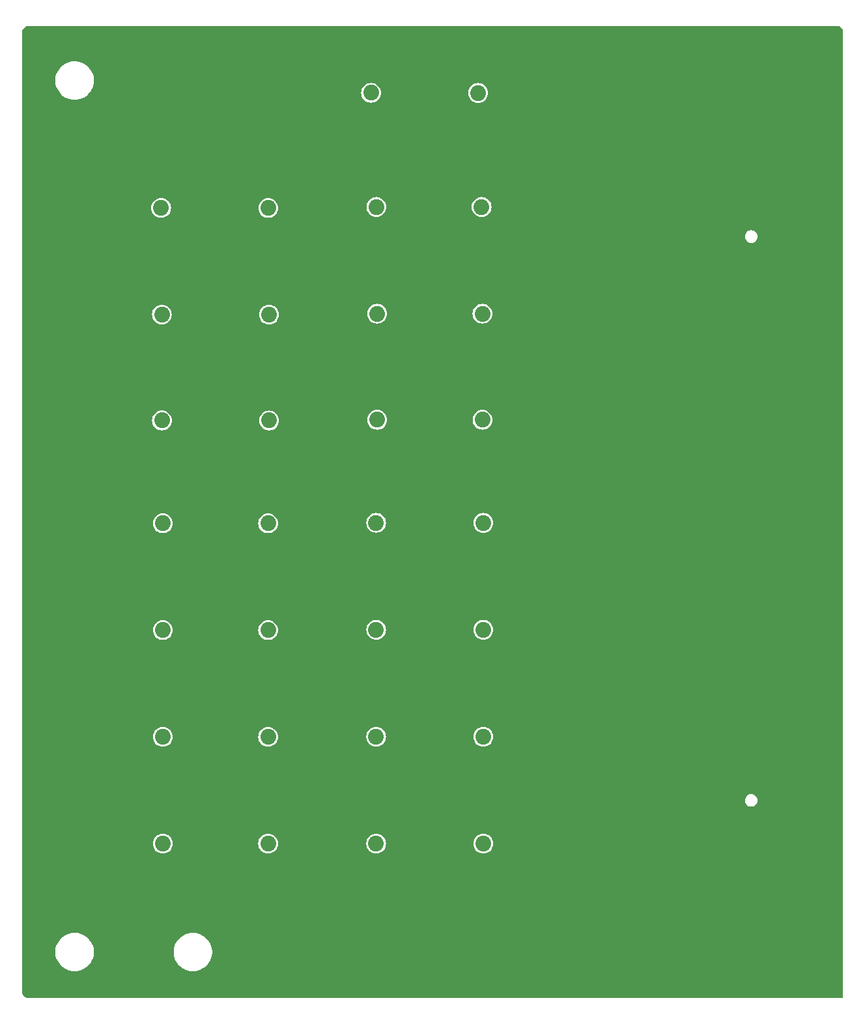
<source format=gbr>
%TF.GenerationSoftware,KiCad,Pcbnew,7.0.7*%
%TF.CreationDate,2023-09-15T15:36:35-07:00*%
%TF.ProjectId,30sma-adapter,3330736d-612d-4616-9461-707465722e6b,rev?*%
%TF.SameCoordinates,Original*%
%TF.FileFunction,Copper,L2,Inr*%
%TF.FilePolarity,Positive*%
%FSLAX46Y46*%
G04 Gerber Fmt 4.6, Leading zero omitted, Abs format (unit mm)*
G04 Created by KiCad (PCBNEW 7.0.7) date 2023-09-15 15:36:35*
%MOMM*%
%LPD*%
G01*
G04 APERTURE LIST*
%TA.AperFunction,ComponentPad*%
%ADD10C,2.250000*%
%TD*%
%TA.AperFunction,ComponentPad*%
%ADD11C,2.050000*%
%TD*%
%TA.AperFunction,ViaPad*%
%ADD12C,0.464820*%
%TD*%
G04 APERTURE END LIST*
D10*
%TO.N,/gnd*%
%TO.C,J30*%
X158610000Y-138645000D03*
X163690000Y-143725000D03*
X158610000Y-143725000D03*
X163690000Y-138645000D03*
D11*
%TO.N,/ai29*%
X161150000Y-141185000D03*
%TD*%
D10*
%TO.N,/gnd*%
%TO.C,J29*%
X144683332Y-138645000D03*
X149763332Y-143725000D03*
X144683332Y-143725000D03*
X149763332Y-138645000D03*
D11*
%TO.N,/ai28*%
X147223332Y-141185000D03*
%TD*%
%TO.N,/ai27*%
%TO.C,J28*%
X133180000Y-141185000D03*
D10*
%TO.N,/gnd*%
X135720000Y-138645000D03*
X130640000Y-143725000D03*
X135720000Y-143725000D03*
X130640000Y-138645000D03*
%TD*%
%TO.N,/gnd*%
%TO.C,J27*%
X116950000Y-138645000D03*
X122030000Y-143725000D03*
X116950000Y-143725000D03*
X122030000Y-138645000D03*
D11*
%TO.N,/ai26*%
X119490000Y-141185000D03*
%TD*%
D10*
%TO.N,/gnd*%
%TO.C,J26*%
X158610000Y-124745710D03*
X163690000Y-129825710D03*
X158610000Y-129825710D03*
X163690000Y-124745710D03*
D11*
%TO.N,/ai25*%
X161150000Y-127285710D03*
%TD*%
D10*
%TO.N,/gnd*%
%TO.C,J25*%
X144683332Y-124744284D03*
X149763332Y-129824284D03*
X144683332Y-129824284D03*
X149763332Y-124744284D03*
D11*
%TO.N,/ai24*%
X147223332Y-127284284D03*
%TD*%
D10*
%TO.N,/gnd*%
%TO.C,J24*%
X130640000Y-124767500D03*
X135720000Y-129847500D03*
X130640000Y-129847500D03*
X135720000Y-124767500D03*
D11*
%TO.N,/ai23*%
X133180000Y-127307500D03*
%TD*%
D10*
%TO.N,/gnd*%
%TO.C,J23*%
X116950000Y-124767500D03*
X122030000Y-129847500D03*
X116950000Y-129847500D03*
X122030000Y-124767500D03*
D11*
%TO.N,/ai22*%
X119490000Y-127307500D03*
%TD*%
D10*
%TO.N,/gnd*%
%TO.C,J22*%
X158610000Y-110846425D03*
X163690000Y-115926425D03*
X158610000Y-115926425D03*
X163690000Y-110846425D03*
D11*
%TO.N,/ai21*%
X161150000Y-113386425D03*
%TD*%
D10*
%TO.N,/gnd*%
%TO.C,J21*%
X144683332Y-110843570D03*
X149763332Y-115923570D03*
X144683332Y-115923570D03*
X149763332Y-110843570D03*
D11*
%TO.N,/ai20*%
X147223332Y-113383570D03*
%TD*%
D10*
%TO.N,/gnd*%
%TO.C,J20*%
X130640000Y-110890000D03*
X135720000Y-115970000D03*
X130640000Y-115970000D03*
X135720000Y-110890000D03*
D11*
%TO.N,/ai19*%
X133180000Y-113430000D03*
%TD*%
D10*
%TO.N,/gnd*%
%TO.C,J19*%
X116950000Y-110890000D03*
X122030000Y-115970000D03*
X116950000Y-115970000D03*
X122030000Y-110890000D03*
D11*
%TO.N,/ai18*%
X119490000Y-113430000D03*
%TD*%
D10*
%TO.N,/gnd*%
%TO.C,J18*%
X158610000Y-96947140D03*
X163690000Y-102027140D03*
X158610000Y-102027140D03*
X163690000Y-96947140D03*
D11*
%TO.N,/ai17*%
X161150000Y-99487140D03*
%TD*%
D10*
%TO.N,/gnd*%
%TO.C,J17*%
X144683332Y-96942856D03*
X149763332Y-102022856D03*
X144683332Y-102022856D03*
X149763332Y-96942856D03*
D11*
%TO.N,/ai16*%
X147223332Y-99482856D03*
%TD*%
D10*
%TO.N,/gnd*%
%TO.C,J16*%
X130640000Y-97012500D03*
X135720000Y-102092500D03*
X130640000Y-102092500D03*
X135720000Y-97012500D03*
D11*
%TO.N,/ai15*%
X133180000Y-99552500D03*
%TD*%
D10*
%TO.N,/gnd*%
%TO.C,J15*%
X116950000Y-97012500D03*
X122030000Y-102092500D03*
X116950000Y-102092500D03*
X122030000Y-97012500D03*
D11*
%TO.N,/ai14*%
X119490000Y-99552500D03*
%TD*%
D10*
%TO.N,/gnd*%
%TO.C,J14*%
X158500000Y-83552855D03*
X163580000Y-88632855D03*
X158500000Y-88632855D03*
X163580000Y-83552855D03*
D11*
%TO.N,/ai13*%
X161040000Y-86092855D03*
%TD*%
D10*
%TO.N,/gnd*%
%TO.C,J13*%
X144810000Y-83552855D03*
X149890000Y-88632855D03*
X144810000Y-88632855D03*
X149890000Y-83552855D03*
D11*
%TO.N,/ai12*%
X147350000Y-86092855D03*
%TD*%
D10*
%TO.N,/gnd*%
%TO.C,J12*%
X130766668Y-83645713D03*
X135846668Y-88725713D03*
X130766668Y-88725713D03*
X135846668Y-83645713D03*
D11*
%TO.N,/ai11*%
X133306668Y-86185713D03*
%TD*%
D10*
%TO.N,/gnd*%
%TO.C,J11*%
X116840000Y-83640000D03*
X121920000Y-88720000D03*
X116840000Y-88720000D03*
X121920000Y-83640000D03*
D11*
%TO.N,/ai10*%
X119380000Y-86180000D03*
%TD*%
D10*
%TO.N,/gnd*%
%TO.C,J10*%
X158493331Y-69763928D03*
X163573331Y-74843928D03*
X158493331Y-74843928D03*
X163573331Y-69763928D03*
D11*
%TO.N,/ai9*%
X161033331Y-72303928D03*
%TD*%
D10*
%TO.N,/gnd*%
%TO.C,J9*%
X144803332Y-69763928D03*
X149883332Y-74843928D03*
X144803332Y-74843928D03*
X149883332Y-69763928D03*
D11*
%TO.N,/ai8*%
X147343332Y-72303928D03*
%TD*%
D10*
%TO.N,/gnd*%
%TO.C,J8*%
X130760000Y-69880000D03*
X135840000Y-74960000D03*
X130760000Y-74960000D03*
X135840000Y-69880000D03*
D11*
%TO.N,/ai7*%
X133300000Y-72420000D03*
%TD*%
D10*
%TO.N,/gnd*%
%TO.C,J7*%
X116833331Y-69872858D03*
X121913331Y-74952858D03*
X116833331Y-74952858D03*
X121913331Y-69872858D03*
D11*
%TO.N,/ai6*%
X119373331Y-72412858D03*
%TD*%
D10*
%TO.N,/gnd*%
%TO.C,J6*%
X158393331Y-55890714D03*
X163473331Y-60970714D03*
X158393331Y-60970714D03*
X163473331Y-55890714D03*
D11*
%TO.N,/ai5*%
X160933331Y-58430714D03*
%TD*%
D10*
%TO.N,/gnd*%
%TO.C,J5*%
X144703331Y-55890714D03*
X149783331Y-60970714D03*
X144703331Y-60970714D03*
X149783331Y-55890714D03*
D11*
%TO.N,/ai4*%
X147243331Y-58430714D03*
%TD*%
D10*
%TO.N,/gnd*%
%TO.C,J4*%
X130660000Y-56030000D03*
X135740000Y-61110000D03*
X130660000Y-61110000D03*
X135740000Y-56030000D03*
D11*
%TO.N,/ai3*%
X133200000Y-58570000D03*
%TD*%
D10*
%TO.N,/gnd*%
%TO.C,J3*%
X116733331Y-56021429D03*
X121813331Y-61101429D03*
X116733331Y-61101429D03*
X121813331Y-56021429D03*
D11*
%TO.N,/ai2*%
X119273331Y-58561429D03*
%TD*%
D10*
%TO.N,/gnd*%
%TO.C,J2*%
X157940000Y-41070000D03*
X163020000Y-46150000D03*
X157940000Y-46150000D03*
X163020000Y-41070000D03*
D11*
%TO.N,/ai1*%
X160480000Y-43610000D03*
%TD*%
D10*
%TO.N,/gnd*%
%TO.C,J1*%
X144013333Y-41060000D03*
X149093333Y-46140000D03*
X144013333Y-46140000D03*
X149093333Y-41060000D03*
D11*
%TO.N,/ai0*%
X146553333Y-43600000D03*
%TD*%
D12*
%TO.N,/gnd*%
X196490000Y-64350000D03*
X196490000Y-66474545D03*
X196490000Y-68599090D03*
X196490000Y-70723635D03*
X196490000Y-72848180D03*
X196490000Y-74972725D03*
X196490000Y-77097270D03*
X196490000Y-79221815D03*
X196490000Y-81346360D03*
X196490000Y-83470905D03*
X196490000Y-85595450D03*
X196490000Y-87719995D03*
X196490000Y-89844540D03*
X196490000Y-91969085D03*
X196490000Y-94093630D03*
X196490000Y-96218175D03*
X196490000Y-98342720D03*
X196490000Y-100467265D03*
X196490000Y-102591810D03*
X196490000Y-104716355D03*
X196490000Y-106840900D03*
X196490000Y-108965445D03*
X196490000Y-111089990D03*
X196490000Y-113214535D03*
X196490000Y-115339080D03*
X196490000Y-117463625D03*
X196490000Y-119588170D03*
X196490000Y-121712715D03*
X196490000Y-123837260D03*
X196490000Y-125961805D03*
X196490000Y-128086350D03*
X196490000Y-130210895D03*
X196490000Y-132335440D03*
X196490000Y-134460000D03*
%TD*%
%TA.AperFunction,Conductor*%
%TO.N,/gnd*%
G36*
X207399371Y-34942382D02*
G01*
X207411804Y-34944855D01*
X207456503Y-34963370D01*
X207467041Y-34970411D01*
X207485833Y-34985833D01*
X207854166Y-35354166D01*
X207869588Y-35372958D01*
X207876629Y-35383496D01*
X207895142Y-35428187D01*
X207897616Y-35440621D01*
X207900000Y-35464819D01*
X207900000Y-161086673D01*
X207895773Y-161118773D01*
X207891688Y-161134015D01*
X207855320Y-161193674D01*
X207804017Y-161221687D01*
X207788776Y-161225772D01*
X207756674Y-161230000D01*
X101774819Y-161230000D01*
X101750621Y-161227616D01*
X101738187Y-161225142D01*
X101693496Y-161206629D01*
X101682958Y-161199588D01*
X101664166Y-161184166D01*
X101285833Y-160805833D01*
X101270411Y-160787041D01*
X101263370Y-160776503D01*
X101244855Y-160731803D01*
X101242382Y-160719369D01*
X101240000Y-160695180D01*
X101240000Y-155432329D01*
X105524500Y-155432329D01*
X105563932Y-155744463D01*
X105563934Y-155744476D01*
X105642180Y-156049225D01*
X105642181Y-156049228D01*
X105758001Y-156341757D01*
X105758002Y-156341758D01*
X105758004Y-156341763D01*
X105758006Y-156341766D01*
X105909584Y-156617484D01*
X105909586Y-156617488D01*
X105909591Y-156617495D01*
X106094515Y-156872021D01*
X106094523Y-156872031D01*
X106309907Y-157101391D01*
X106309909Y-157101393D01*
X106552334Y-157301945D01*
X106552338Y-157301948D01*
X106762648Y-157435414D01*
X106817993Y-157470537D01*
X106984087Y-157548695D01*
X107102678Y-157604500D01*
X107102682Y-157604501D01*
X107102685Y-157604503D01*
X107401921Y-157701731D01*
X107710985Y-157760688D01*
X107710990Y-157760688D01*
X107710995Y-157760689D01*
X107946411Y-157775500D01*
X107946417Y-157775500D01*
X108103589Y-157775500D01*
X108339004Y-157760689D01*
X108339007Y-157760688D01*
X108339015Y-157760688D01*
X108648079Y-157701731D01*
X108947315Y-157604503D01*
X109232007Y-157470537D01*
X109497663Y-157301947D01*
X109740094Y-157101390D01*
X109955478Y-156872030D01*
X110140416Y-156617484D01*
X110291994Y-156341766D01*
X110407819Y-156049225D01*
X110486066Y-155744473D01*
X110525499Y-155432329D01*
X120899500Y-155432329D01*
X120938932Y-155744463D01*
X120938934Y-155744476D01*
X121017180Y-156049225D01*
X121017181Y-156049228D01*
X121133001Y-156341757D01*
X121133002Y-156341758D01*
X121133004Y-156341763D01*
X121133006Y-156341766D01*
X121284584Y-156617484D01*
X121284586Y-156617488D01*
X121284591Y-156617495D01*
X121469515Y-156872021D01*
X121469523Y-156872031D01*
X121684907Y-157101391D01*
X121684909Y-157101393D01*
X121927334Y-157301945D01*
X121927338Y-157301948D01*
X122137648Y-157435414D01*
X122192993Y-157470537D01*
X122359087Y-157548695D01*
X122477678Y-157604500D01*
X122477682Y-157604501D01*
X122477685Y-157604503D01*
X122776921Y-157701731D01*
X123085985Y-157760688D01*
X123085990Y-157760688D01*
X123085995Y-157760689D01*
X123321411Y-157775500D01*
X123321417Y-157775500D01*
X123478589Y-157775500D01*
X123714004Y-157760689D01*
X123714007Y-157760688D01*
X123714015Y-157760688D01*
X124023079Y-157701731D01*
X124322315Y-157604503D01*
X124607007Y-157470537D01*
X124872663Y-157301947D01*
X125115094Y-157101390D01*
X125330478Y-156872030D01*
X125515416Y-156617484D01*
X125666994Y-156341766D01*
X125782819Y-156049225D01*
X125861066Y-155744473D01*
X125900500Y-155432318D01*
X125900500Y-155117682D01*
X125900499Y-155117680D01*
X125900499Y-155117670D01*
X125861067Y-154805536D01*
X125861065Y-154805523D01*
X125782819Y-154500774D01*
X125782818Y-154500771D01*
X125666998Y-154208242D01*
X125666997Y-154208241D01*
X125666996Y-154208239D01*
X125666994Y-154208234D01*
X125515416Y-153932516D01*
X125515410Y-153932509D01*
X125515408Y-153932504D01*
X125330484Y-153677978D01*
X125330476Y-153677968D01*
X125115092Y-153448608D01*
X125115090Y-153448606D01*
X124872665Y-153248054D01*
X124872661Y-153248051D01*
X124607009Y-153079464D01*
X124607003Y-153079461D01*
X124322321Y-152945499D01*
X124322316Y-152945497D01*
X124023083Y-152848270D01*
X124023080Y-152848269D01*
X124023079Y-152848269D01*
X123868546Y-152818790D01*
X123714011Y-152789311D01*
X123714004Y-152789310D01*
X123478589Y-152774500D01*
X123478583Y-152774500D01*
X123321417Y-152774500D01*
X123321411Y-152774500D01*
X123085995Y-152789310D01*
X123085988Y-152789311D01*
X122776916Y-152848270D01*
X122477683Y-152945497D01*
X122477678Y-152945499D01*
X122192996Y-153079461D01*
X122192990Y-153079464D01*
X121927338Y-153248051D01*
X121927334Y-153248054D01*
X121684909Y-153448606D01*
X121684907Y-153448608D01*
X121469523Y-153677968D01*
X121469515Y-153677978D01*
X121284591Y-153932504D01*
X121284584Y-153932516D01*
X121133002Y-154208241D01*
X121133001Y-154208242D01*
X121017181Y-154500771D01*
X121017180Y-154500774D01*
X120938934Y-154805523D01*
X120938932Y-154805536D01*
X120899500Y-155117670D01*
X120899500Y-155432329D01*
X110525499Y-155432329D01*
X110525500Y-155432318D01*
X110525500Y-155117682D01*
X110525499Y-155117680D01*
X110525499Y-155117670D01*
X110486067Y-154805536D01*
X110486065Y-154805523D01*
X110407819Y-154500774D01*
X110407818Y-154500771D01*
X110291998Y-154208242D01*
X110291997Y-154208241D01*
X110291996Y-154208239D01*
X110291994Y-154208234D01*
X110140416Y-153932516D01*
X110140410Y-153932509D01*
X110140408Y-153932504D01*
X109955484Y-153677978D01*
X109955476Y-153677968D01*
X109740092Y-153448608D01*
X109740090Y-153448606D01*
X109497665Y-153248054D01*
X109497661Y-153248051D01*
X109232009Y-153079464D01*
X109232003Y-153079461D01*
X108947321Y-152945499D01*
X108947316Y-152945497D01*
X108648083Y-152848270D01*
X108648080Y-152848269D01*
X108648079Y-152848269D01*
X108493546Y-152818790D01*
X108339011Y-152789311D01*
X108339004Y-152789310D01*
X108103589Y-152774500D01*
X108103583Y-152774500D01*
X107946417Y-152774500D01*
X107946411Y-152774500D01*
X107710995Y-152789310D01*
X107710988Y-152789311D01*
X107401916Y-152848270D01*
X107102683Y-152945497D01*
X107102678Y-152945499D01*
X106817996Y-153079461D01*
X106817990Y-153079464D01*
X106552338Y-153248051D01*
X106552334Y-153248054D01*
X106309909Y-153448606D01*
X106309907Y-153448608D01*
X106094523Y-153677968D01*
X106094515Y-153677978D01*
X105909591Y-153932504D01*
X105909584Y-153932516D01*
X105758002Y-154208241D01*
X105758001Y-154208242D01*
X105642181Y-154500771D01*
X105642180Y-154500774D01*
X105563934Y-154805523D01*
X105563932Y-154805536D01*
X105524500Y-155117670D01*
X105524500Y-155432329D01*
X101240000Y-155432329D01*
X101240000Y-141185000D01*
X118205613Y-141185000D01*
X118225125Y-141408026D01*
X118225127Y-141408036D01*
X118283068Y-141624278D01*
X118283073Y-141624292D01*
X118377686Y-141827190D01*
X118377690Y-141827198D01*
X118480309Y-141973752D01*
X118506102Y-142010588D01*
X118664412Y-142168898D01*
X118756109Y-142233105D01*
X118847801Y-142297309D01*
X118847803Y-142297310D01*
X118847806Y-142297312D01*
X118969879Y-142354235D01*
X119050707Y-142391926D01*
X119050709Y-142391926D01*
X119050714Y-142391929D01*
X119266969Y-142449874D01*
X119445393Y-142465484D01*
X119489999Y-142469387D01*
X119490000Y-142469387D01*
X119490001Y-142469387D01*
X119527171Y-142466134D01*
X119713031Y-142449874D01*
X119929286Y-142391929D01*
X120132194Y-142297312D01*
X120315588Y-142168898D01*
X120473898Y-142010588D01*
X120602312Y-141827194D01*
X120696929Y-141624286D01*
X120754874Y-141408031D01*
X120774387Y-141185000D01*
X131895613Y-141185000D01*
X131915125Y-141408026D01*
X131915127Y-141408036D01*
X131973068Y-141624278D01*
X131973073Y-141624292D01*
X132067686Y-141827190D01*
X132067690Y-141827198D01*
X132170309Y-141973752D01*
X132196102Y-142010588D01*
X132354412Y-142168898D01*
X132446109Y-142233105D01*
X132537801Y-142297309D01*
X132537803Y-142297310D01*
X132537806Y-142297312D01*
X132659879Y-142354235D01*
X132740707Y-142391926D01*
X132740709Y-142391926D01*
X132740714Y-142391929D01*
X132956969Y-142449874D01*
X133135393Y-142465484D01*
X133179999Y-142469387D01*
X133180000Y-142469387D01*
X133180001Y-142469387D01*
X133217171Y-142466134D01*
X133403031Y-142449874D01*
X133619286Y-142391929D01*
X133822194Y-142297312D01*
X134005588Y-142168898D01*
X134163898Y-142010588D01*
X134292312Y-141827194D01*
X134386929Y-141624286D01*
X134444874Y-141408031D01*
X134464387Y-141185000D01*
X145938945Y-141185000D01*
X145958457Y-141408026D01*
X145958459Y-141408036D01*
X146016400Y-141624278D01*
X146016405Y-141624292D01*
X146111018Y-141827190D01*
X146111022Y-141827198D01*
X146213641Y-141973752D01*
X146239434Y-142010588D01*
X146397744Y-142168898D01*
X146489441Y-142233105D01*
X146581133Y-142297309D01*
X146581135Y-142297310D01*
X146581138Y-142297312D01*
X146703211Y-142354235D01*
X146784039Y-142391926D01*
X146784041Y-142391926D01*
X146784046Y-142391929D01*
X147000301Y-142449874D01*
X147178725Y-142465484D01*
X147223331Y-142469387D01*
X147223332Y-142469387D01*
X147223333Y-142469387D01*
X147260503Y-142466134D01*
X147446363Y-142449874D01*
X147662618Y-142391929D01*
X147865526Y-142297312D01*
X148048920Y-142168898D01*
X148207230Y-142010588D01*
X148335644Y-141827194D01*
X148430261Y-141624286D01*
X148488206Y-141408031D01*
X148507719Y-141185000D01*
X159865613Y-141185000D01*
X159885125Y-141408026D01*
X159885127Y-141408036D01*
X159943068Y-141624278D01*
X159943073Y-141624292D01*
X160037686Y-141827190D01*
X160037690Y-141827198D01*
X160140309Y-141973752D01*
X160166102Y-142010588D01*
X160324412Y-142168898D01*
X160416109Y-142233104D01*
X160507801Y-142297309D01*
X160507803Y-142297310D01*
X160507806Y-142297312D01*
X160629879Y-142354235D01*
X160710707Y-142391926D01*
X160710709Y-142391926D01*
X160710714Y-142391929D01*
X160926969Y-142449874D01*
X161105393Y-142465484D01*
X161149999Y-142469387D01*
X161150000Y-142469387D01*
X161150001Y-142469387D01*
X161187171Y-142466134D01*
X161373031Y-142449874D01*
X161589286Y-142391929D01*
X161792194Y-142297312D01*
X161975588Y-142168898D01*
X162133898Y-142010588D01*
X162262312Y-141827194D01*
X162356929Y-141624286D01*
X162414874Y-141408031D01*
X162434387Y-141185000D01*
X162414874Y-140961969D01*
X162356929Y-140745714D01*
X162262312Y-140542807D01*
X162133898Y-140359412D01*
X161975588Y-140201102D01*
X161975584Y-140201099D01*
X161975583Y-140201098D01*
X161792198Y-140072690D01*
X161792190Y-140072686D01*
X161589292Y-139978073D01*
X161589278Y-139978068D01*
X161373036Y-139920127D01*
X161373026Y-139920125D01*
X161150001Y-139900613D01*
X161149999Y-139900613D01*
X160926973Y-139920125D01*
X160926963Y-139920127D01*
X160710721Y-139978068D01*
X160710712Y-139978072D01*
X160507808Y-140072687D01*
X160507806Y-140072688D01*
X160324409Y-140201103D01*
X160166103Y-140359409D01*
X160037688Y-140542806D01*
X160037687Y-140542808D01*
X159943072Y-140745712D01*
X159943068Y-140745721D01*
X159885127Y-140961963D01*
X159885125Y-140961973D01*
X159865613Y-141184999D01*
X159865613Y-141185000D01*
X148507719Y-141185000D01*
X148488206Y-140961969D01*
X148430261Y-140745714D01*
X148335644Y-140542807D01*
X148207230Y-140359412D01*
X148048920Y-140201102D01*
X148048916Y-140201099D01*
X148048915Y-140201098D01*
X147865530Y-140072690D01*
X147865522Y-140072686D01*
X147662624Y-139978073D01*
X147662610Y-139978068D01*
X147446368Y-139920127D01*
X147446358Y-139920125D01*
X147223333Y-139900613D01*
X147223331Y-139900613D01*
X147000305Y-139920125D01*
X147000295Y-139920127D01*
X146784053Y-139978068D01*
X146784044Y-139978072D01*
X146581140Y-140072687D01*
X146581138Y-140072688D01*
X146397741Y-140201103D01*
X146239435Y-140359409D01*
X146111020Y-140542806D01*
X146111019Y-140542808D01*
X146016404Y-140745712D01*
X146016400Y-140745721D01*
X145958459Y-140961963D01*
X145958457Y-140961973D01*
X145938945Y-141184999D01*
X145938945Y-141185000D01*
X134464387Y-141185000D01*
X134444874Y-140961969D01*
X134386929Y-140745714D01*
X134292312Y-140542807D01*
X134163898Y-140359412D01*
X134005588Y-140201102D01*
X134005584Y-140201099D01*
X134005583Y-140201098D01*
X133822198Y-140072690D01*
X133822190Y-140072686D01*
X133619292Y-139978073D01*
X133619278Y-139978068D01*
X133403036Y-139920127D01*
X133403026Y-139920125D01*
X133180001Y-139900613D01*
X133179999Y-139900613D01*
X132956973Y-139920125D01*
X132956963Y-139920127D01*
X132740721Y-139978068D01*
X132740712Y-139978072D01*
X132537808Y-140072687D01*
X132537806Y-140072688D01*
X132354409Y-140201103D01*
X132196103Y-140359409D01*
X132067688Y-140542806D01*
X132067687Y-140542808D01*
X131973072Y-140745712D01*
X131973068Y-140745721D01*
X131915127Y-140961963D01*
X131915125Y-140961973D01*
X131895613Y-141184999D01*
X131895613Y-141185000D01*
X120774387Y-141185000D01*
X120754874Y-140961969D01*
X120696929Y-140745714D01*
X120602312Y-140542807D01*
X120473898Y-140359412D01*
X120315588Y-140201102D01*
X120315584Y-140201099D01*
X120315583Y-140201098D01*
X120132198Y-140072690D01*
X120132190Y-140072686D01*
X119929292Y-139978073D01*
X119929278Y-139978068D01*
X119713036Y-139920127D01*
X119713026Y-139920125D01*
X119490001Y-139900613D01*
X119489999Y-139900613D01*
X119266973Y-139920125D01*
X119266963Y-139920127D01*
X119050721Y-139978068D01*
X119050712Y-139978072D01*
X118847808Y-140072687D01*
X118847806Y-140072688D01*
X118664409Y-140201103D01*
X118506103Y-140359409D01*
X118377688Y-140542806D01*
X118377687Y-140542808D01*
X118283072Y-140745712D01*
X118283068Y-140745721D01*
X118225127Y-140961963D01*
X118225125Y-140961973D01*
X118205613Y-141184999D01*
X118205613Y-141185000D01*
X101240000Y-141185000D01*
X101240000Y-135575002D01*
X195154340Y-135575002D01*
X195174914Y-135757611D01*
X195221041Y-135889432D01*
X195235611Y-135931071D01*
X195333382Y-136086673D01*
X195463327Y-136216618D01*
X195618929Y-136314389D01*
X195792386Y-136375084D01*
X195792389Y-136375084D01*
X195792391Y-136375085D01*
X195860795Y-136382791D01*
X195929199Y-136390499D01*
X195929200Y-136390500D01*
X195929204Y-136390500D01*
X196020800Y-136390500D01*
X196020800Y-136390499D01*
X196106856Y-136380803D01*
X196157608Y-136375085D01*
X196157609Y-136375084D01*
X196157614Y-136375084D01*
X196331071Y-136314389D01*
X196486673Y-136216618D01*
X196616618Y-136086673D01*
X196714389Y-135931071D01*
X196775084Y-135757614D01*
X196775084Y-135757613D01*
X196775085Y-135757611D01*
X196795660Y-135575002D01*
X196795660Y-135574997D01*
X196775085Y-135392388D01*
X196760514Y-135350747D01*
X196714389Y-135218929D01*
X196616618Y-135063327D01*
X196486673Y-134933382D01*
X196486673Y-134933381D01*
X196331072Y-134835611D01*
X196157608Y-134774914D01*
X196020800Y-134759500D01*
X196020796Y-134759500D01*
X195929204Y-134759500D01*
X195929200Y-134759500D01*
X195792391Y-134774914D01*
X195618927Y-134835611D01*
X195463326Y-134933382D01*
X195333382Y-135063326D01*
X195235612Y-135218926D01*
X195174914Y-135392388D01*
X195154340Y-135574997D01*
X195154340Y-135575002D01*
X101240000Y-135575002D01*
X101240000Y-127307500D01*
X118205613Y-127307500D01*
X118225125Y-127530526D01*
X118225127Y-127530536D01*
X118283068Y-127746778D01*
X118283073Y-127746792D01*
X118377686Y-127949690D01*
X118377690Y-127949698D01*
X118480309Y-128096252D01*
X118506102Y-128133088D01*
X118664412Y-128291398D01*
X118756108Y-128355605D01*
X118847801Y-128419809D01*
X118847803Y-128419810D01*
X118847806Y-128419812D01*
X118969879Y-128476735D01*
X119050707Y-128514426D01*
X119050709Y-128514426D01*
X119050714Y-128514429D01*
X119266969Y-128572374D01*
X119445393Y-128587984D01*
X119489999Y-128591887D01*
X119490000Y-128591887D01*
X119490001Y-128591887D01*
X119527171Y-128588634D01*
X119713031Y-128572374D01*
X119929286Y-128514429D01*
X120132194Y-128419812D01*
X120315588Y-128291398D01*
X120473898Y-128133088D01*
X120602312Y-127949694D01*
X120696929Y-127746786D01*
X120754874Y-127530531D01*
X120774387Y-127307500D01*
X131895613Y-127307500D01*
X131915125Y-127530526D01*
X131915127Y-127530536D01*
X131973068Y-127746778D01*
X131973073Y-127746792D01*
X132067686Y-127949690D01*
X132067690Y-127949698D01*
X132170309Y-128096252D01*
X132196102Y-128133088D01*
X132354412Y-128291398D01*
X132446108Y-128355605D01*
X132537801Y-128419809D01*
X132537803Y-128419810D01*
X132537806Y-128419812D01*
X132659879Y-128476735D01*
X132740707Y-128514426D01*
X132740709Y-128514426D01*
X132740714Y-128514429D01*
X132956969Y-128572374D01*
X133135393Y-128587984D01*
X133179999Y-128591887D01*
X133180000Y-128591887D01*
X133180001Y-128591887D01*
X133217171Y-128588634D01*
X133403031Y-128572374D01*
X133619286Y-128514429D01*
X133822194Y-128419812D01*
X134005588Y-128291398D01*
X134163898Y-128133088D01*
X134292312Y-127949694D01*
X134386929Y-127746786D01*
X134444874Y-127530531D01*
X134464387Y-127307500D01*
X134462356Y-127284284D01*
X145938945Y-127284284D01*
X145958457Y-127507310D01*
X145958459Y-127507320D01*
X146016400Y-127723562D01*
X146016405Y-127723576D01*
X146111018Y-127926474D01*
X146111022Y-127926482D01*
X146213641Y-128073036D01*
X146239434Y-128109872D01*
X146397744Y-128268182D01*
X146489441Y-128332388D01*
X146581133Y-128396593D01*
X146581135Y-128396594D01*
X146581138Y-128396596D01*
X146703211Y-128453519D01*
X146784039Y-128491210D01*
X146784041Y-128491210D01*
X146784046Y-128491213D01*
X146784051Y-128491214D01*
X146784053Y-128491215D01*
X146789368Y-128492639D01*
X147000301Y-128549158D01*
X147178725Y-128564768D01*
X147223331Y-128568671D01*
X147223332Y-128568671D01*
X147223333Y-128568671D01*
X147260503Y-128565418D01*
X147446363Y-128549158D01*
X147662618Y-128491213D01*
X147865526Y-128396596D01*
X148048920Y-128268182D01*
X148207230Y-128109872D01*
X148335644Y-127926478D01*
X148430261Y-127723570D01*
X148488206Y-127507315D01*
X148507594Y-127285710D01*
X159865613Y-127285710D01*
X159885125Y-127508736D01*
X159885127Y-127508746D01*
X159943068Y-127724988D01*
X159943073Y-127725002D01*
X160037686Y-127927900D01*
X160037690Y-127927908D01*
X160052948Y-127949698D01*
X160166102Y-128111298D01*
X160324412Y-128269608D01*
X160355536Y-128291401D01*
X160507801Y-128398019D01*
X160507803Y-128398020D01*
X160507806Y-128398022D01*
X160629879Y-128454945D01*
X160710707Y-128492636D01*
X160710709Y-128492636D01*
X160710714Y-128492639D01*
X160926969Y-128550584D01*
X161105393Y-128566194D01*
X161149999Y-128570097D01*
X161150000Y-128570097D01*
X161150001Y-128570097D01*
X161187171Y-128566844D01*
X161373031Y-128550584D01*
X161589286Y-128492639D01*
X161792194Y-128398022D01*
X161975588Y-128269608D01*
X162133898Y-128111298D01*
X162262312Y-127927904D01*
X162356929Y-127724996D01*
X162414874Y-127508741D01*
X162434387Y-127285710D01*
X162414874Y-127062679D01*
X162370877Y-126898481D01*
X162356931Y-126846431D01*
X162356930Y-126846430D01*
X162356929Y-126846424D01*
X162262312Y-126643517D01*
X162149156Y-126481913D01*
X162133899Y-126460123D01*
X162132469Y-126458693D01*
X161975588Y-126301812D01*
X161975584Y-126301809D01*
X161975583Y-126301808D01*
X161792198Y-126173400D01*
X161792190Y-126173396D01*
X161589292Y-126078783D01*
X161589278Y-126078778D01*
X161373036Y-126020837D01*
X161373026Y-126020835D01*
X161150001Y-126001323D01*
X161149999Y-126001323D01*
X160926973Y-126020835D01*
X160926963Y-126020837D01*
X160710721Y-126078778D01*
X160710712Y-126078782D01*
X160507808Y-126173397D01*
X160507806Y-126173398D01*
X160324409Y-126301813D01*
X160166103Y-126460119D01*
X160037688Y-126643516D01*
X160037687Y-126643518D01*
X159943072Y-126846422D01*
X159943068Y-126846431D01*
X159885127Y-127062673D01*
X159885125Y-127062683D01*
X159865613Y-127285709D01*
X159865613Y-127285710D01*
X148507594Y-127285710D01*
X148507719Y-127284284D01*
X148488206Y-127061253D01*
X148430261Y-126844998D01*
X148335644Y-126642091D01*
X148208229Y-126460123D01*
X148207231Y-126458697D01*
X148207227Y-126458693D01*
X148048920Y-126300386D01*
X148048916Y-126300383D01*
X148048915Y-126300382D01*
X147865530Y-126171974D01*
X147865522Y-126171970D01*
X147662624Y-126077357D01*
X147662610Y-126077352D01*
X147446368Y-126019411D01*
X147446358Y-126019409D01*
X147223333Y-125999897D01*
X147223331Y-125999897D01*
X147000305Y-126019409D01*
X147000295Y-126019411D01*
X146784053Y-126077352D01*
X146784044Y-126077356D01*
X146581140Y-126171971D01*
X146581138Y-126171972D01*
X146397741Y-126300387D01*
X146239435Y-126458693D01*
X146111020Y-126642090D01*
X146111019Y-126642092D01*
X146016404Y-126844996D01*
X146016400Y-126845005D01*
X145958459Y-127061247D01*
X145958457Y-127061257D01*
X145938945Y-127284283D01*
X145938945Y-127284284D01*
X134462356Y-127284284D01*
X134444874Y-127084469D01*
X134386929Y-126868214D01*
X134292312Y-126665307D01*
X134163898Y-126481912D01*
X134005588Y-126323602D01*
X134005584Y-126323599D01*
X134005583Y-126323598D01*
X133822198Y-126195190D01*
X133822190Y-126195186D01*
X133619292Y-126100573D01*
X133619278Y-126100568D01*
X133403036Y-126042627D01*
X133403026Y-126042625D01*
X133180001Y-126023113D01*
X133179999Y-126023113D01*
X132956973Y-126042625D01*
X132956963Y-126042627D01*
X132740721Y-126100568D01*
X132740712Y-126100572D01*
X132537808Y-126195187D01*
X132537806Y-126195188D01*
X132354409Y-126323603D01*
X132196103Y-126481909D01*
X132067688Y-126665306D01*
X132067687Y-126665308D01*
X131973072Y-126868212D01*
X131973068Y-126868221D01*
X131915127Y-127084463D01*
X131915125Y-127084473D01*
X131895613Y-127307499D01*
X131895613Y-127307500D01*
X120774387Y-127307500D01*
X120754874Y-127084469D01*
X120696929Y-126868214D01*
X120602312Y-126665307D01*
X120473898Y-126481912D01*
X120315588Y-126323602D01*
X120315584Y-126323599D01*
X120315583Y-126323598D01*
X120132198Y-126195190D01*
X120132190Y-126195186D01*
X119929292Y-126100573D01*
X119929278Y-126100568D01*
X119713036Y-126042627D01*
X119713026Y-126042625D01*
X119490001Y-126023113D01*
X119489999Y-126023113D01*
X119266973Y-126042625D01*
X119266963Y-126042627D01*
X119050721Y-126100568D01*
X119050712Y-126100572D01*
X118847808Y-126195187D01*
X118847806Y-126195188D01*
X118664409Y-126323603D01*
X118506103Y-126481909D01*
X118377688Y-126665306D01*
X118377687Y-126665308D01*
X118283072Y-126868212D01*
X118283068Y-126868221D01*
X118225127Y-127084463D01*
X118225125Y-127084473D01*
X118205613Y-127307499D01*
X118205613Y-127307500D01*
X101240000Y-127307500D01*
X101240000Y-113430000D01*
X118205613Y-113430000D01*
X118225125Y-113653026D01*
X118225127Y-113653036D01*
X118283068Y-113869278D01*
X118283073Y-113869292D01*
X118377686Y-114072190D01*
X118377690Y-114072198D01*
X118473587Y-114209152D01*
X118506102Y-114255588D01*
X118664412Y-114413898D01*
X118756108Y-114478105D01*
X118847801Y-114542309D01*
X118847803Y-114542310D01*
X118847806Y-114542312D01*
X118951138Y-114590496D01*
X119050707Y-114636926D01*
X119050709Y-114636926D01*
X119050714Y-114636929D01*
X119266969Y-114694874D01*
X119445393Y-114710484D01*
X119489999Y-114714387D01*
X119490000Y-114714387D01*
X119490001Y-114714387D01*
X119527171Y-114711134D01*
X119713031Y-114694874D01*
X119929286Y-114636929D01*
X120132194Y-114542312D01*
X120315588Y-114413898D01*
X120473898Y-114255588D01*
X120602312Y-114072194D01*
X120696929Y-113869286D01*
X120754874Y-113653031D01*
X120774387Y-113430000D01*
X131895613Y-113430000D01*
X131915125Y-113653026D01*
X131915127Y-113653036D01*
X131973068Y-113869278D01*
X131973073Y-113869292D01*
X132067686Y-114072190D01*
X132067690Y-114072198D01*
X132163587Y-114209152D01*
X132196102Y-114255588D01*
X132354412Y-114413898D01*
X132446108Y-114478104D01*
X132537801Y-114542309D01*
X132537803Y-114542310D01*
X132537806Y-114542312D01*
X132641138Y-114590496D01*
X132740707Y-114636926D01*
X132740709Y-114636926D01*
X132740714Y-114636929D01*
X132956969Y-114694874D01*
X133135393Y-114710484D01*
X133179999Y-114714387D01*
X133180000Y-114714387D01*
X133180001Y-114714387D01*
X133217171Y-114711134D01*
X133403031Y-114694874D01*
X133619286Y-114636929D01*
X133822194Y-114542312D01*
X134005588Y-114413898D01*
X134163898Y-114255588D01*
X134292312Y-114072194D01*
X134386929Y-113869286D01*
X134444874Y-113653031D01*
X134464387Y-113430000D01*
X134460325Y-113383570D01*
X145938945Y-113383570D01*
X145958457Y-113606596D01*
X145958459Y-113606606D01*
X146016400Y-113822848D01*
X146016405Y-113822862D01*
X146111018Y-114025760D01*
X146111022Y-114025768D01*
X146143533Y-114072198D01*
X146239434Y-114209158D01*
X146397744Y-114367468D01*
X146401826Y-114370326D01*
X146581133Y-114495879D01*
X146581135Y-114495880D01*
X146581138Y-114495882D01*
X146680702Y-114542309D01*
X146784039Y-114590496D01*
X146784041Y-114590496D01*
X146784046Y-114590499D01*
X146784051Y-114590500D01*
X146784053Y-114590501D01*
X146836103Y-114604447D01*
X147000301Y-114648444D01*
X147178725Y-114664054D01*
X147223331Y-114667957D01*
X147223332Y-114667957D01*
X147223333Y-114667957D01*
X147260503Y-114664704D01*
X147446363Y-114648444D01*
X147662618Y-114590499D01*
X147865526Y-114495882D01*
X148048920Y-114367468D01*
X148207230Y-114209158D01*
X148335644Y-114025764D01*
X148430261Y-113822856D01*
X148488206Y-113606601D01*
X148507469Y-113386425D01*
X159865613Y-113386425D01*
X159885125Y-113609451D01*
X159885127Y-113609461D01*
X159943068Y-113825703D01*
X159943073Y-113825717D01*
X160037686Y-114028615D01*
X160037690Y-114028623D01*
X160068202Y-114072198D01*
X160166102Y-114212013D01*
X160324412Y-114370323D01*
X160386648Y-114413901D01*
X160507801Y-114498734D01*
X160507803Y-114498735D01*
X160507806Y-114498737D01*
X160601256Y-114542313D01*
X160710707Y-114593351D01*
X160710709Y-114593351D01*
X160710714Y-114593354D01*
X160926969Y-114651299D01*
X161105393Y-114666909D01*
X161149999Y-114670812D01*
X161150000Y-114670812D01*
X161150001Y-114670812D01*
X161187171Y-114667559D01*
X161373031Y-114651299D01*
X161589286Y-114593354D01*
X161792194Y-114498737D01*
X161975588Y-114370323D01*
X162133898Y-114212013D01*
X162262312Y-114028619D01*
X162356929Y-113825711D01*
X162414874Y-113609456D01*
X162434387Y-113386425D01*
X162414874Y-113163394D01*
X162356929Y-112947139D01*
X162262312Y-112744232D01*
X162164410Y-112604413D01*
X162133899Y-112560838D01*
X162131040Y-112557979D01*
X161975588Y-112402527D01*
X161975584Y-112402524D01*
X161975583Y-112402523D01*
X161792198Y-112274115D01*
X161792190Y-112274111D01*
X161589292Y-112179498D01*
X161589278Y-112179493D01*
X161373036Y-112121552D01*
X161373026Y-112121550D01*
X161150001Y-112102038D01*
X161149999Y-112102038D01*
X160926973Y-112121550D01*
X160926963Y-112121552D01*
X160710721Y-112179493D01*
X160710712Y-112179497D01*
X160507808Y-112274112D01*
X160507806Y-112274113D01*
X160324409Y-112402528D01*
X160166103Y-112560834D01*
X160037688Y-112744231D01*
X160037687Y-112744233D01*
X159943072Y-112947137D01*
X159943068Y-112947146D01*
X159885127Y-113163388D01*
X159885125Y-113163398D01*
X159865613Y-113386424D01*
X159865613Y-113386425D01*
X148507469Y-113386425D01*
X148507719Y-113383570D01*
X148488206Y-113160539D01*
X148431026Y-112947139D01*
X148430263Y-112944291D01*
X148430262Y-112944290D01*
X148430261Y-112944284D01*
X148335644Y-112741377D01*
X148239741Y-112604413D01*
X148207231Y-112557983D01*
X148207227Y-112557979D01*
X148048920Y-112399672D01*
X148048916Y-112399669D01*
X148048915Y-112399668D01*
X147865530Y-112271260D01*
X147865522Y-112271256D01*
X147662624Y-112176643D01*
X147662610Y-112176638D01*
X147446368Y-112118697D01*
X147446358Y-112118695D01*
X147223333Y-112099183D01*
X147223331Y-112099183D01*
X147000305Y-112118695D01*
X147000295Y-112118697D01*
X146784053Y-112176638D01*
X146784046Y-112176640D01*
X146784046Y-112176641D01*
X146777921Y-112179497D01*
X146581140Y-112271257D01*
X146581138Y-112271258D01*
X146397741Y-112399673D01*
X146239435Y-112557979D01*
X146111020Y-112741376D01*
X146111019Y-112741378D01*
X146016404Y-112944282D01*
X146016400Y-112944291D01*
X145958459Y-113160533D01*
X145958457Y-113160543D01*
X145938945Y-113383569D01*
X145938945Y-113383570D01*
X134460325Y-113383570D01*
X134444874Y-113206969D01*
X134386929Y-112990714D01*
X134292312Y-112787807D01*
X134163898Y-112604412D01*
X134005588Y-112446102D01*
X134005584Y-112446099D01*
X134005583Y-112446098D01*
X133822198Y-112317690D01*
X133822190Y-112317686D01*
X133619292Y-112223073D01*
X133619278Y-112223068D01*
X133403036Y-112165127D01*
X133403026Y-112165125D01*
X133180001Y-112145613D01*
X133179999Y-112145613D01*
X132956973Y-112165125D01*
X132956963Y-112165127D01*
X132740721Y-112223068D01*
X132740712Y-112223072D01*
X132537808Y-112317687D01*
X132537806Y-112317688D01*
X132354409Y-112446103D01*
X132196103Y-112604409D01*
X132067688Y-112787806D01*
X132067687Y-112787808D01*
X131973072Y-112990712D01*
X131973068Y-112990721D01*
X131915127Y-113206963D01*
X131915125Y-113206973D01*
X131895613Y-113429999D01*
X131895613Y-113430000D01*
X120774387Y-113430000D01*
X120754874Y-113206969D01*
X120696929Y-112990714D01*
X120602312Y-112787807D01*
X120473898Y-112604412D01*
X120315588Y-112446102D01*
X120315584Y-112446099D01*
X120315583Y-112446098D01*
X120132198Y-112317690D01*
X120132190Y-112317686D01*
X119929292Y-112223073D01*
X119929278Y-112223068D01*
X119713036Y-112165127D01*
X119713026Y-112165125D01*
X119490001Y-112145613D01*
X119489999Y-112145613D01*
X119266973Y-112165125D01*
X119266963Y-112165127D01*
X119050721Y-112223068D01*
X119050712Y-112223072D01*
X118847808Y-112317687D01*
X118847806Y-112317688D01*
X118664409Y-112446103D01*
X118506103Y-112604409D01*
X118377688Y-112787806D01*
X118377687Y-112787808D01*
X118283072Y-112990712D01*
X118283068Y-112990721D01*
X118225127Y-113206963D01*
X118225125Y-113206973D01*
X118205613Y-113429999D01*
X118205613Y-113430000D01*
X101240000Y-113430000D01*
X101240000Y-99552500D01*
X118205613Y-99552500D01*
X118225125Y-99775526D01*
X118225127Y-99775536D01*
X118283068Y-99991778D01*
X118283073Y-99991792D01*
X118377686Y-100194690D01*
X118377690Y-100194698D01*
X118457332Y-100308438D01*
X118506102Y-100378088D01*
X118664412Y-100536398D01*
X118748340Y-100595165D01*
X118847801Y-100664809D01*
X118847803Y-100664810D01*
X118847806Y-100664812D01*
X118969879Y-100721735D01*
X119050707Y-100759426D01*
X119050709Y-100759426D01*
X119050714Y-100759429D01*
X119266969Y-100817374D01*
X119445393Y-100832984D01*
X119489999Y-100836887D01*
X119490000Y-100836887D01*
X119490001Y-100836887D01*
X119527171Y-100833634D01*
X119713031Y-100817374D01*
X119929286Y-100759429D01*
X120132194Y-100664812D01*
X120315588Y-100536398D01*
X120473898Y-100378088D01*
X120602312Y-100194694D01*
X120696929Y-99991786D01*
X120754874Y-99775531D01*
X120774387Y-99552500D01*
X131895613Y-99552500D01*
X131915125Y-99775526D01*
X131915127Y-99775536D01*
X131973068Y-99991778D01*
X131973073Y-99991792D01*
X132067686Y-100194690D01*
X132067690Y-100194698D01*
X132147332Y-100308438D01*
X132196102Y-100378088D01*
X132354412Y-100536398D01*
X132438340Y-100595165D01*
X132537801Y-100664809D01*
X132537803Y-100664810D01*
X132537806Y-100664812D01*
X132659879Y-100721735D01*
X132740707Y-100759426D01*
X132740709Y-100759426D01*
X132740714Y-100759429D01*
X132956969Y-100817374D01*
X133135393Y-100832984D01*
X133179999Y-100836887D01*
X133180000Y-100836887D01*
X133180001Y-100836887D01*
X133217171Y-100833634D01*
X133403031Y-100817374D01*
X133619286Y-100759429D01*
X133822194Y-100664812D01*
X134005588Y-100536398D01*
X134163898Y-100378088D01*
X134292312Y-100194694D01*
X134386929Y-99991786D01*
X134444874Y-99775531D01*
X134464387Y-99552500D01*
X134458294Y-99482856D01*
X145938945Y-99482856D01*
X145958457Y-99705882D01*
X145958459Y-99705892D01*
X146016400Y-99922134D01*
X146016405Y-99922148D01*
X146111018Y-100125046D01*
X146111022Y-100125054D01*
X146159785Y-100194694D01*
X146239434Y-100308444D01*
X146397744Y-100466754D01*
X146489441Y-100530961D01*
X146581133Y-100595165D01*
X146581135Y-100595166D01*
X146581138Y-100595168D01*
X146703211Y-100652091D01*
X146784039Y-100689782D01*
X146784041Y-100689782D01*
X146784046Y-100689785D01*
X146784051Y-100689786D01*
X146784053Y-100689787D01*
X146836103Y-100703733D01*
X147000301Y-100747730D01*
X147178725Y-100763340D01*
X147223331Y-100767243D01*
X147223332Y-100767243D01*
X147223333Y-100767243D01*
X147260503Y-100763990D01*
X147446363Y-100747730D01*
X147662618Y-100689785D01*
X147865526Y-100595168D01*
X148048920Y-100466754D01*
X148207230Y-100308444D01*
X148335644Y-100125050D01*
X148430261Y-99922142D01*
X148488206Y-99705887D01*
X148507344Y-99487140D01*
X159865613Y-99487140D01*
X159885125Y-99710166D01*
X159885127Y-99710176D01*
X159943068Y-99926418D01*
X159943073Y-99926432D01*
X160037686Y-100129330D01*
X160037690Y-100129338D01*
X160083456Y-100194698D01*
X160166102Y-100312728D01*
X160324412Y-100471038D01*
X160416109Y-100535245D01*
X160507801Y-100599449D01*
X160507803Y-100599450D01*
X160507806Y-100599452D01*
X160629879Y-100656375D01*
X160710707Y-100694066D01*
X160710709Y-100694066D01*
X160710714Y-100694069D01*
X160926969Y-100752014D01*
X161105393Y-100767624D01*
X161149999Y-100771527D01*
X161150000Y-100771527D01*
X161150001Y-100771527D01*
X161187171Y-100768274D01*
X161373031Y-100752014D01*
X161589286Y-100694069D01*
X161792194Y-100599452D01*
X161975588Y-100471038D01*
X162133898Y-100312728D01*
X162262312Y-100129334D01*
X162356929Y-99926426D01*
X162414874Y-99710171D01*
X162434387Y-99487140D01*
X162414874Y-99264109D01*
X162356929Y-99047854D01*
X162262312Y-98844947D01*
X162133898Y-98661552D01*
X161975588Y-98503242D01*
X161975584Y-98503239D01*
X161975583Y-98503238D01*
X161792198Y-98374830D01*
X161792190Y-98374826D01*
X161589292Y-98280213D01*
X161589278Y-98280208D01*
X161373036Y-98222267D01*
X161373026Y-98222265D01*
X161150001Y-98202753D01*
X161149999Y-98202753D01*
X160926973Y-98222265D01*
X160926963Y-98222267D01*
X160710721Y-98280208D01*
X160710714Y-98280210D01*
X160710714Y-98280211D01*
X160694810Y-98287627D01*
X160507808Y-98374827D01*
X160507806Y-98374828D01*
X160324409Y-98503243D01*
X160166103Y-98661549D01*
X160037688Y-98844946D01*
X160037687Y-98844948D01*
X159943072Y-99047852D01*
X159943068Y-99047861D01*
X159885127Y-99264103D01*
X159885125Y-99264113D01*
X159865613Y-99487139D01*
X159865613Y-99487140D01*
X148507344Y-99487140D01*
X148507719Y-99482856D01*
X148488206Y-99259825D01*
X148430261Y-99043570D01*
X148335644Y-98840663D01*
X148255993Y-98726909D01*
X148207231Y-98657269D01*
X148207227Y-98657265D01*
X148048920Y-98498958D01*
X148048916Y-98498955D01*
X148048915Y-98498954D01*
X147865530Y-98370546D01*
X147865522Y-98370542D01*
X147662624Y-98275929D01*
X147662610Y-98275924D01*
X147446368Y-98217983D01*
X147446358Y-98217981D01*
X147223333Y-98198469D01*
X147223331Y-98198469D01*
X147000305Y-98217981D01*
X147000295Y-98217983D01*
X146784053Y-98275924D01*
X146784044Y-98275928D01*
X146581140Y-98370543D01*
X146581138Y-98370544D01*
X146397741Y-98498959D01*
X146239435Y-98657265D01*
X146111020Y-98840662D01*
X146111019Y-98840664D01*
X146016404Y-99043568D01*
X146016400Y-99043577D01*
X145958459Y-99259819D01*
X145958457Y-99259829D01*
X145938945Y-99482855D01*
X145938945Y-99482856D01*
X134458294Y-99482856D01*
X134444874Y-99329469D01*
X134386929Y-99113214D01*
X134292312Y-98910307D01*
X134163898Y-98726912D01*
X134005588Y-98568602D01*
X134005584Y-98568599D01*
X134005583Y-98568598D01*
X133822198Y-98440190D01*
X133822190Y-98440186D01*
X133619292Y-98345573D01*
X133619278Y-98345568D01*
X133403036Y-98287627D01*
X133403026Y-98287625D01*
X133180001Y-98268113D01*
X133179999Y-98268113D01*
X132956973Y-98287625D01*
X132956963Y-98287627D01*
X132740721Y-98345568D01*
X132740712Y-98345572D01*
X132537808Y-98440187D01*
X132537806Y-98440188D01*
X132354409Y-98568603D01*
X132196103Y-98726909D01*
X132067688Y-98910306D01*
X132067687Y-98910308D01*
X131973072Y-99113212D01*
X131973068Y-99113221D01*
X131915127Y-99329463D01*
X131915125Y-99329473D01*
X131895613Y-99552499D01*
X131895613Y-99552500D01*
X120774387Y-99552500D01*
X120754874Y-99329469D01*
X120696929Y-99113214D01*
X120602312Y-98910307D01*
X120473898Y-98726912D01*
X120315588Y-98568602D01*
X120315584Y-98568599D01*
X120315583Y-98568598D01*
X120132198Y-98440190D01*
X120132190Y-98440186D01*
X119929292Y-98345573D01*
X119929278Y-98345568D01*
X119713036Y-98287627D01*
X119713026Y-98287625D01*
X119490001Y-98268113D01*
X119489999Y-98268113D01*
X119266973Y-98287625D01*
X119266963Y-98287627D01*
X119050721Y-98345568D01*
X119050712Y-98345572D01*
X118847808Y-98440187D01*
X118847806Y-98440188D01*
X118664409Y-98568603D01*
X118506103Y-98726909D01*
X118377688Y-98910306D01*
X118377687Y-98910308D01*
X118283072Y-99113212D01*
X118283068Y-99113221D01*
X118225127Y-99329463D01*
X118225125Y-99329473D01*
X118205613Y-99552499D01*
X118205613Y-99552500D01*
X101240000Y-99552500D01*
X101240000Y-86180000D01*
X118095613Y-86180000D01*
X118115125Y-86403026D01*
X118115127Y-86403036D01*
X118173068Y-86619278D01*
X118173073Y-86619292D01*
X118267686Y-86822190D01*
X118267690Y-86822198D01*
X118335078Y-86918437D01*
X118396102Y-87005588D01*
X118554412Y-87163898D01*
X118613346Y-87205164D01*
X118737801Y-87292309D01*
X118737803Y-87292310D01*
X118737806Y-87292312D01*
X118859879Y-87349235D01*
X118940707Y-87386926D01*
X118940709Y-87386926D01*
X118940714Y-87386929D01*
X119156969Y-87444874D01*
X119335393Y-87460484D01*
X119379999Y-87464387D01*
X119380000Y-87464387D01*
X119380001Y-87464387D01*
X119417171Y-87461134D01*
X119603031Y-87444874D01*
X119819286Y-87386929D01*
X120022194Y-87292312D01*
X120205588Y-87163898D01*
X120363898Y-87005588D01*
X120492312Y-86822194D01*
X120586929Y-86619286D01*
X120644874Y-86403031D01*
X120663887Y-86185713D01*
X132022281Y-86185713D01*
X132041793Y-86408739D01*
X132041795Y-86408749D01*
X132099736Y-86624991D01*
X132099741Y-86625005D01*
X132194354Y-86827903D01*
X132194358Y-86827911D01*
X132296977Y-86974465D01*
X132322770Y-87011301D01*
X132481080Y-87169611D01*
X132531855Y-87205164D01*
X132664469Y-87298022D01*
X132664471Y-87298023D01*
X132664474Y-87298025D01*
X132786547Y-87354948D01*
X132867375Y-87392639D01*
X132867377Y-87392639D01*
X132867382Y-87392642D01*
X133083637Y-87450587D01*
X133262061Y-87466197D01*
X133306667Y-87470100D01*
X133306668Y-87470100D01*
X133306669Y-87470100D01*
X133343839Y-87466847D01*
X133529699Y-87450587D01*
X133745954Y-87392642D01*
X133948862Y-87298025D01*
X134132256Y-87169611D01*
X134290566Y-87011301D01*
X134418980Y-86827907D01*
X134513597Y-86624999D01*
X134571542Y-86408744D01*
X134591055Y-86185713D01*
X134582931Y-86092855D01*
X146065613Y-86092855D01*
X146085125Y-86315881D01*
X146085127Y-86315891D01*
X146143068Y-86532133D01*
X146143073Y-86532147D01*
X146237686Y-86735045D01*
X146237690Y-86735053D01*
X146340309Y-86881607D01*
X146366102Y-86918443D01*
X146524412Y-87076753D01*
X146616109Y-87140960D01*
X146707801Y-87205164D01*
X146707803Y-87205165D01*
X146707806Y-87205167D01*
X146829879Y-87262090D01*
X146910707Y-87299781D01*
X146910709Y-87299781D01*
X146910714Y-87299784D01*
X147126969Y-87357729D01*
X147305393Y-87373339D01*
X147349999Y-87377242D01*
X147350000Y-87377242D01*
X147350001Y-87377242D01*
X147387171Y-87373989D01*
X147573031Y-87357729D01*
X147789286Y-87299784D01*
X147992194Y-87205167D01*
X148175588Y-87076753D01*
X148333898Y-86918443D01*
X148462312Y-86735049D01*
X148556929Y-86532141D01*
X148614874Y-86315886D01*
X148634387Y-86092855D01*
X159755613Y-86092855D01*
X159775125Y-86315881D01*
X159775127Y-86315891D01*
X159833068Y-86532133D01*
X159833073Y-86532147D01*
X159927686Y-86735045D01*
X159927690Y-86735053D01*
X160030309Y-86881607D01*
X160056102Y-86918443D01*
X160214412Y-87076753D01*
X160306109Y-87140960D01*
X160397801Y-87205164D01*
X160397803Y-87205165D01*
X160397806Y-87205167D01*
X160519879Y-87262090D01*
X160600707Y-87299781D01*
X160600709Y-87299781D01*
X160600714Y-87299784D01*
X160816969Y-87357729D01*
X160995393Y-87373339D01*
X161039999Y-87377242D01*
X161040000Y-87377242D01*
X161040001Y-87377242D01*
X161077171Y-87373989D01*
X161263031Y-87357729D01*
X161479286Y-87299784D01*
X161682194Y-87205167D01*
X161865588Y-87076753D01*
X162023898Y-86918443D01*
X162152312Y-86735049D01*
X162246929Y-86532141D01*
X162304874Y-86315886D01*
X162324387Y-86092855D01*
X162304874Y-85869824D01*
X162246929Y-85653569D01*
X162152312Y-85450662D01*
X162023898Y-85267267D01*
X161865588Y-85108957D01*
X161865584Y-85108954D01*
X161865583Y-85108953D01*
X161682198Y-84980545D01*
X161682190Y-84980541D01*
X161479292Y-84885928D01*
X161479278Y-84885923D01*
X161263036Y-84827982D01*
X161263026Y-84827980D01*
X161040001Y-84808468D01*
X161039999Y-84808468D01*
X160816973Y-84827980D01*
X160816963Y-84827982D01*
X160600721Y-84885923D01*
X160600712Y-84885927D01*
X160397808Y-84980542D01*
X160397806Y-84980543D01*
X160214409Y-85108958D01*
X160056103Y-85267264D01*
X159927688Y-85450661D01*
X159927687Y-85450663D01*
X159833072Y-85653567D01*
X159833068Y-85653576D01*
X159775127Y-85869818D01*
X159775125Y-85869828D01*
X159755613Y-86092854D01*
X159755613Y-86092855D01*
X148634387Y-86092855D01*
X148614874Y-85869824D01*
X148556929Y-85653569D01*
X148462312Y-85450662D01*
X148333898Y-85267267D01*
X148175588Y-85108957D01*
X148175584Y-85108954D01*
X148175583Y-85108953D01*
X147992198Y-84980545D01*
X147992190Y-84980541D01*
X147789292Y-84885928D01*
X147789278Y-84885923D01*
X147573036Y-84827982D01*
X147573026Y-84827980D01*
X147350001Y-84808468D01*
X147349999Y-84808468D01*
X147126973Y-84827980D01*
X147126963Y-84827982D01*
X146910721Y-84885923D01*
X146910712Y-84885927D01*
X146707808Y-84980542D01*
X146707806Y-84980543D01*
X146524409Y-85108958D01*
X146366103Y-85267264D01*
X146237688Y-85450661D01*
X146237687Y-85450663D01*
X146143072Y-85653567D01*
X146143068Y-85653576D01*
X146085127Y-85869818D01*
X146085125Y-85869828D01*
X146065613Y-86092854D01*
X146065613Y-86092855D01*
X134582931Y-86092855D01*
X134571542Y-85962682D01*
X134513597Y-85746427D01*
X134418980Y-85543520D01*
X134290566Y-85360125D01*
X134132256Y-85201815D01*
X134132252Y-85201812D01*
X134132251Y-85201811D01*
X133948866Y-85073403D01*
X133948858Y-85073399D01*
X133745960Y-84978786D01*
X133745946Y-84978781D01*
X133529704Y-84920840D01*
X133529694Y-84920838D01*
X133306669Y-84901326D01*
X133306667Y-84901326D01*
X133083641Y-84920838D01*
X133083631Y-84920840D01*
X132867389Y-84978781D01*
X132867380Y-84978785D01*
X132664476Y-85073400D01*
X132664474Y-85073401D01*
X132481077Y-85201816D01*
X132322771Y-85360122D01*
X132194356Y-85543519D01*
X132194355Y-85543521D01*
X132099740Y-85746425D01*
X132099736Y-85746434D01*
X132041795Y-85962676D01*
X132041793Y-85962686D01*
X132022281Y-86185712D01*
X132022281Y-86185713D01*
X120663887Y-86185713D01*
X120664387Y-86180000D01*
X120644874Y-85956969D01*
X120586929Y-85740714D01*
X120492312Y-85537807D01*
X120367899Y-85360126D01*
X120363899Y-85354413D01*
X120363895Y-85354409D01*
X120205588Y-85196102D01*
X120205584Y-85196099D01*
X120205583Y-85196098D01*
X120022198Y-85067690D01*
X120022190Y-85067686D01*
X119819292Y-84973073D01*
X119819278Y-84973068D01*
X119603036Y-84915127D01*
X119603026Y-84915125D01*
X119380001Y-84895613D01*
X119379999Y-84895613D01*
X119156973Y-84915125D01*
X119156963Y-84915127D01*
X118940721Y-84973068D01*
X118940712Y-84973072D01*
X118737808Y-85067687D01*
X118737806Y-85067688D01*
X118554409Y-85196103D01*
X118396103Y-85354409D01*
X118267688Y-85537806D01*
X118267687Y-85537808D01*
X118173072Y-85740712D01*
X118173068Y-85740721D01*
X118115127Y-85956963D01*
X118115125Y-85956973D01*
X118095613Y-86179999D01*
X118095613Y-86180000D01*
X101240000Y-86180000D01*
X101240000Y-72412858D01*
X118088944Y-72412858D01*
X118108456Y-72635884D01*
X118108458Y-72635894D01*
X118166399Y-72852136D01*
X118166404Y-72852150D01*
X118261017Y-73055048D01*
X118261021Y-73055056D01*
X118313155Y-73129510D01*
X118389433Y-73238446D01*
X118547743Y-73396756D01*
X118639440Y-73460962D01*
X118731132Y-73525167D01*
X118731134Y-73525168D01*
X118731137Y-73525170D01*
X118824707Y-73568802D01*
X118934038Y-73619784D01*
X118934040Y-73619784D01*
X118934045Y-73619787D01*
X119150300Y-73677732D01*
X119328724Y-73693342D01*
X119373330Y-73697245D01*
X119373331Y-73697245D01*
X119373332Y-73697245D01*
X119410502Y-73693992D01*
X119596362Y-73677732D01*
X119812617Y-73619787D01*
X120015525Y-73525170D01*
X120198919Y-73396756D01*
X120357229Y-73238446D01*
X120485643Y-73055052D01*
X120580260Y-72852144D01*
X120638205Y-72635889D01*
X120657093Y-72420000D01*
X132015613Y-72420000D01*
X132035125Y-72643026D01*
X132035127Y-72643036D01*
X132093068Y-72859278D01*
X132093073Y-72859292D01*
X132187686Y-73062190D01*
X132187690Y-73062198D01*
X132234823Y-73129510D01*
X132316102Y-73245588D01*
X132474412Y-73403898D01*
X132492040Y-73416241D01*
X132657801Y-73532309D01*
X132657803Y-73532310D01*
X132657806Y-73532312D01*
X132736060Y-73568802D01*
X132860707Y-73626926D01*
X132860709Y-73626926D01*
X132860714Y-73626929D01*
X133076969Y-73684874D01*
X133255393Y-73700484D01*
X133299999Y-73704387D01*
X133300000Y-73704387D01*
X133300001Y-73704387D01*
X133337171Y-73701134D01*
X133523031Y-73684874D01*
X133739286Y-73626929D01*
X133942194Y-73532312D01*
X134125588Y-73403898D01*
X134283898Y-73245588D01*
X134412312Y-73062194D01*
X134506929Y-72859286D01*
X134564874Y-72643031D01*
X134584387Y-72420000D01*
X134574232Y-72303928D01*
X146058945Y-72303928D01*
X146078457Y-72526954D01*
X146078459Y-72526964D01*
X146136400Y-72743206D01*
X146136405Y-72743220D01*
X146231018Y-72946118D01*
X146231022Y-72946126D01*
X146312297Y-73062198D01*
X146359434Y-73129516D01*
X146517744Y-73287826D01*
X146609441Y-73352033D01*
X146701133Y-73416237D01*
X146701135Y-73416238D01*
X146701138Y-73416240D01*
X146823211Y-73473163D01*
X146904039Y-73510854D01*
X146904041Y-73510854D01*
X146904046Y-73510857D01*
X147120301Y-73568802D01*
X147298725Y-73584412D01*
X147343331Y-73588315D01*
X147343332Y-73588315D01*
X147343333Y-73588315D01*
X147380503Y-73585062D01*
X147566363Y-73568802D01*
X147782618Y-73510857D01*
X147985526Y-73416240D01*
X148168920Y-73287826D01*
X148327230Y-73129516D01*
X148455644Y-72946122D01*
X148550261Y-72743214D01*
X148608206Y-72526959D01*
X148627719Y-72303928D01*
X159748944Y-72303928D01*
X159768456Y-72526954D01*
X159768458Y-72526964D01*
X159826399Y-72743206D01*
X159826404Y-72743220D01*
X159921017Y-72946118D01*
X159921021Y-72946126D01*
X160002296Y-73062198D01*
X160049433Y-73129516D01*
X160207743Y-73287826D01*
X160299440Y-73352032D01*
X160391132Y-73416237D01*
X160391134Y-73416238D01*
X160391137Y-73416240D01*
X160513210Y-73473163D01*
X160594038Y-73510854D01*
X160594040Y-73510854D01*
X160594045Y-73510857D01*
X160810300Y-73568802D01*
X160988724Y-73584412D01*
X161033330Y-73588315D01*
X161033331Y-73588315D01*
X161033332Y-73588315D01*
X161070502Y-73585062D01*
X161256362Y-73568802D01*
X161472617Y-73510857D01*
X161675525Y-73416240D01*
X161858919Y-73287826D01*
X162017229Y-73129516D01*
X162145643Y-72946122D01*
X162240260Y-72743214D01*
X162298205Y-72526959D01*
X162317718Y-72303928D01*
X162298205Y-72080897D01*
X162240260Y-71864642D01*
X162145643Y-71661735D01*
X162017229Y-71478340D01*
X161858919Y-71320030D01*
X161858915Y-71320027D01*
X161858914Y-71320026D01*
X161675529Y-71191618D01*
X161675521Y-71191614D01*
X161472623Y-71097001D01*
X161472609Y-71096996D01*
X161256367Y-71039055D01*
X161256357Y-71039053D01*
X161033332Y-71019541D01*
X161033330Y-71019541D01*
X160810304Y-71039053D01*
X160810294Y-71039055D01*
X160594052Y-71096996D01*
X160594043Y-71097000D01*
X160391139Y-71191615D01*
X160391137Y-71191616D01*
X160207740Y-71320031D01*
X160049434Y-71478337D01*
X159921019Y-71661734D01*
X159921018Y-71661736D01*
X159826403Y-71864640D01*
X159826399Y-71864649D01*
X159768458Y-72080891D01*
X159768456Y-72080901D01*
X159748944Y-72303927D01*
X159748944Y-72303928D01*
X148627719Y-72303928D01*
X148608206Y-72080897D01*
X148550261Y-71864642D01*
X148455644Y-71661735D01*
X148327230Y-71478340D01*
X148168920Y-71320030D01*
X148168916Y-71320027D01*
X148168915Y-71320026D01*
X147985530Y-71191618D01*
X147985522Y-71191614D01*
X147782624Y-71097001D01*
X147782610Y-71096996D01*
X147566368Y-71039055D01*
X147566358Y-71039053D01*
X147343333Y-71019541D01*
X147343331Y-71019541D01*
X147120305Y-71039053D01*
X147120295Y-71039055D01*
X146904053Y-71096996D01*
X146904044Y-71097000D01*
X146701140Y-71191615D01*
X146701138Y-71191616D01*
X146517741Y-71320031D01*
X146359435Y-71478337D01*
X146231020Y-71661734D01*
X146231019Y-71661736D01*
X146136404Y-71864640D01*
X146136400Y-71864649D01*
X146078459Y-72080891D01*
X146078457Y-72080901D01*
X146058945Y-72303927D01*
X146058945Y-72303928D01*
X134574232Y-72303928D01*
X134564874Y-72196969D01*
X134506929Y-71980714D01*
X134412312Y-71777807D01*
X134283898Y-71594412D01*
X134125588Y-71436102D01*
X134125584Y-71436099D01*
X134125583Y-71436098D01*
X133942198Y-71307690D01*
X133942190Y-71307686D01*
X133739292Y-71213073D01*
X133739278Y-71213068D01*
X133523036Y-71155127D01*
X133523026Y-71155125D01*
X133300001Y-71135613D01*
X133299999Y-71135613D01*
X133076973Y-71155125D01*
X133076963Y-71155127D01*
X132860721Y-71213068D01*
X132860712Y-71213072D01*
X132657808Y-71307687D01*
X132657806Y-71307688D01*
X132474409Y-71436103D01*
X132316103Y-71594409D01*
X132187688Y-71777806D01*
X132187687Y-71777808D01*
X132093072Y-71980712D01*
X132093068Y-71980721D01*
X132035127Y-72196963D01*
X132035125Y-72196973D01*
X132015613Y-72419999D01*
X132015613Y-72420000D01*
X120657093Y-72420000D01*
X120657718Y-72412858D01*
X120638205Y-72189827D01*
X120580260Y-71973572D01*
X120485643Y-71770665D01*
X120357229Y-71587270D01*
X120198919Y-71428960D01*
X120198915Y-71428957D01*
X120198914Y-71428956D01*
X120015529Y-71300548D01*
X120015521Y-71300544D01*
X119812623Y-71205931D01*
X119812609Y-71205926D01*
X119596367Y-71147985D01*
X119596357Y-71147983D01*
X119373332Y-71128471D01*
X119373330Y-71128471D01*
X119150304Y-71147983D01*
X119150294Y-71147985D01*
X118934052Y-71205926D01*
X118934043Y-71205930D01*
X118731139Y-71300545D01*
X118731137Y-71300546D01*
X118547740Y-71428961D01*
X118389434Y-71587267D01*
X118261019Y-71770664D01*
X118261018Y-71770666D01*
X118166403Y-71973570D01*
X118166399Y-71973579D01*
X118108458Y-72189821D01*
X118108456Y-72189831D01*
X118088944Y-72412857D01*
X118088944Y-72412858D01*
X101240000Y-72412858D01*
X101240000Y-62275002D01*
X195154340Y-62275002D01*
X195174914Y-62457611D01*
X195221041Y-62589432D01*
X195235611Y-62631071D01*
X195333382Y-62786673D01*
X195463327Y-62916618D01*
X195618929Y-63014389D01*
X195792386Y-63075084D01*
X195792389Y-63075084D01*
X195792391Y-63075085D01*
X195860795Y-63082792D01*
X195929199Y-63090499D01*
X195929200Y-63090500D01*
X195929204Y-63090500D01*
X196020800Y-63090500D01*
X196020800Y-63090499D01*
X196106856Y-63080803D01*
X196157608Y-63075085D01*
X196157609Y-63075084D01*
X196157614Y-63075084D01*
X196331071Y-63014389D01*
X196486673Y-62916618D01*
X196616618Y-62786673D01*
X196714389Y-62631071D01*
X196775084Y-62457614D01*
X196775084Y-62457613D01*
X196775085Y-62457611D01*
X196795660Y-62275002D01*
X196795660Y-62274997D01*
X196775085Y-62092388D01*
X196760514Y-62050747D01*
X196714389Y-61918929D01*
X196616618Y-61763327D01*
X196486673Y-61633382D01*
X196486673Y-61633381D01*
X196331072Y-61535611D01*
X196157608Y-61474914D01*
X196020800Y-61459500D01*
X196020796Y-61459500D01*
X195929204Y-61459500D01*
X195929200Y-61459500D01*
X195792391Y-61474914D01*
X195618927Y-61535611D01*
X195463326Y-61633382D01*
X195333382Y-61763326D01*
X195235612Y-61918926D01*
X195174914Y-62092388D01*
X195154340Y-62274997D01*
X195154340Y-62275002D01*
X101240000Y-62275002D01*
X101240000Y-58561429D01*
X117988944Y-58561429D01*
X118008456Y-58784455D01*
X118008458Y-58784465D01*
X118066399Y-59000707D01*
X118066404Y-59000721D01*
X118161017Y-59203619D01*
X118161021Y-59203627D01*
X118263640Y-59350181D01*
X118289433Y-59387017D01*
X118447743Y-59545327D01*
X118539440Y-59609533D01*
X118631132Y-59673738D01*
X118631134Y-59673739D01*
X118631137Y-59673741D01*
X118753210Y-59730664D01*
X118834038Y-59768355D01*
X118834040Y-59768355D01*
X118834045Y-59768358D01*
X118834050Y-59768359D01*
X118834052Y-59768360D01*
X118866040Y-59776931D01*
X119050300Y-59826303D01*
X119228724Y-59841913D01*
X119273330Y-59845816D01*
X119273331Y-59845816D01*
X119273332Y-59845816D01*
X119310502Y-59842563D01*
X119496362Y-59826303D01*
X119712617Y-59768358D01*
X119915525Y-59673741D01*
X120098919Y-59545327D01*
X120257229Y-59387017D01*
X120385643Y-59203623D01*
X120480260Y-59000715D01*
X120538205Y-58784460D01*
X120556968Y-58570000D01*
X131915613Y-58570000D01*
X131935125Y-58793026D01*
X131935127Y-58793036D01*
X131993068Y-59009278D01*
X131993073Y-59009292D01*
X132087686Y-59212190D01*
X132087690Y-59212198D01*
X132118573Y-59256303D01*
X132216102Y-59395588D01*
X132374412Y-59553898D01*
X132466108Y-59618105D01*
X132557801Y-59682309D01*
X132557803Y-59682310D01*
X132557806Y-59682312D01*
X132586277Y-59695588D01*
X132760707Y-59776926D01*
X132760709Y-59776926D01*
X132760714Y-59776929D01*
X132976969Y-59834874D01*
X133155393Y-59850484D01*
X133199999Y-59854387D01*
X133200000Y-59854387D01*
X133200001Y-59854387D01*
X133237171Y-59851134D01*
X133423031Y-59834874D01*
X133639286Y-59776929D01*
X133842194Y-59682312D01*
X134025588Y-59553898D01*
X134183898Y-59395588D01*
X134312312Y-59212194D01*
X134406929Y-59009286D01*
X134464874Y-58793031D01*
X134484387Y-58570000D01*
X134472201Y-58430714D01*
X145958944Y-58430714D01*
X145978456Y-58653740D01*
X145978458Y-58653750D01*
X146036399Y-58869992D01*
X146036404Y-58870006D01*
X146131017Y-59072904D01*
X146131021Y-59072912D01*
X146228545Y-59212190D01*
X146259433Y-59256302D01*
X146417743Y-59414612D01*
X146509440Y-59478818D01*
X146601132Y-59543023D01*
X146601134Y-59543024D01*
X146601137Y-59543026D01*
X146624459Y-59553901D01*
X146804038Y-59637640D01*
X146804040Y-59637640D01*
X146804045Y-59637643D01*
X147020300Y-59695588D01*
X147198724Y-59711198D01*
X147243330Y-59715101D01*
X147243331Y-59715101D01*
X147243332Y-59715101D01*
X147280502Y-59711848D01*
X147466362Y-59695588D01*
X147682617Y-59637643D01*
X147885525Y-59543026D01*
X148068919Y-59414612D01*
X148227229Y-59256302D01*
X148355643Y-59072908D01*
X148450260Y-58870000D01*
X148508205Y-58653745D01*
X148527718Y-58430714D01*
X159648944Y-58430714D01*
X159668456Y-58653740D01*
X159668458Y-58653750D01*
X159726399Y-58869992D01*
X159726404Y-58870006D01*
X159821017Y-59072904D01*
X159821021Y-59072912D01*
X159918545Y-59212190D01*
X159949433Y-59256302D01*
X160107743Y-59414612D01*
X160199440Y-59478819D01*
X160291132Y-59543023D01*
X160291134Y-59543024D01*
X160291137Y-59543026D01*
X160314459Y-59553901D01*
X160494038Y-59637640D01*
X160494040Y-59637640D01*
X160494045Y-59637643D01*
X160710300Y-59695588D01*
X160888724Y-59711198D01*
X160933330Y-59715101D01*
X160933331Y-59715101D01*
X160933332Y-59715101D01*
X160970502Y-59711848D01*
X161156362Y-59695588D01*
X161372617Y-59637643D01*
X161575525Y-59543026D01*
X161758919Y-59414612D01*
X161917229Y-59256302D01*
X162045643Y-59072908D01*
X162140260Y-58870000D01*
X162198205Y-58653745D01*
X162217718Y-58430714D01*
X162198205Y-58207683D01*
X162140260Y-57991428D01*
X162045643Y-57788521D01*
X161917229Y-57605126D01*
X161758919Y-57446816D01*
X161758915Y-57446813D01*
X161758914Y-57446812D01*
X161575529Y-57318404D01*
X161575521Y-57318400D01*
X161372623Y-57223787D01*
X161372609Y-57223782D01*
X161156367Y-57165841D01*
X161156357Y-57165839D01*
X160933332Y-57146327D01*
X160933330Y-57146327D01*
X160710304Y-57165839D01*
X160710294Y-57165841D01*
X160494052Y-57223782D01*
X160494043Y-57223786D01*
X160291139Y-57318401D01*
X160291137Y-57318402D01*
X160107740Y-57446817D01*
X159949434Y-57605123D01*
X159821019Y-57788520D01*
X159821018Y-57788522D01*
X159726403Y-57991426D01*
X159726399Y-57991435D01*
X159668458Y-58207677D01*
X159668456Y-58207687D01*
X159648944Y-58430713D01*
X159648944Y-58430714D01*
X148527718Y-58430714D01*
X148508205Y-58207683D01*
X148450260Y-57991428D01*
X148355643Y-57788521D01*
X148227229Y-57605126D01*
X148068919Y-57446816D01*
X148068915Y-57446813D01*
X148068914Y-57446812D01*
X147885529Y-57318404D01*
X147885521Y-57318400D01*
X147682623Y-57223787D01*
X147682609Y-57223782D01*
X147466367Y-57165841D01*
X147466357Y-57165839D01*
X147243332Y-57146327D01*
X147243330Y-57146327D01*
X147020304Y-57165839D01*
X147020294Y-57165841D01*
X146804052Y-57223782D01*
X146804043Y-57223786D01*
X146601139Y-57318401D01*
X146601137Y-57318402D01*
X146417740Y-57446817D01*
X146259434Y-57605123D01*
X146131019Y-57788520D01*
X146131018Y-57788522D01*
X146036403Y-57991426D01*
X146036399Y-57991435D01*
X145978458Y-58207677D01*
X145978456Y-58207687D01*
X145958944Y-58430713D01*
X145958944Y-58430714D01*
X134472201Y-58430714D01*
X134464874Y-58346969D01*
X134406929Y-58130714D01*
X134312312Y-57927807D01*
X134183898Y-57744412D01*
X134025588Y-57586102D01*
X134025584Y-57586099D01*
X134025583Y-57586098D01*
X133842198Y-57457690D01*
X133842190Y-57457686D01*
X133639292Y-57363073D01*
X133639278Y-57363068D01*
X133423036Y-57305127D01*
X133423026Y-57305125D01*
X133200001Y-57285613D01*
X133199999Y-57285613D01*
X132976973Y-57305125D01*
X132976963Y-57305127D01*
X132760721Y-57363068D01*
X132760712Y-57363072D01*
X132557808Y-57457687D01*
X132557806Y-57457688D01*
X132374409Y-57586103D01*
X132216103Y-57744409D01*
X132087688Y-57927806D01*
X132087687Y-57927808D01*
X131993072Y-58130712D01*
X131993068Y-58130721D01*
X131935127Y-58346963D01*
X131935125Y-58346973D01*
X131915613Y-58569999D01*
X131915613Y-58570000D01*
X120556968Y-58570000D01*
X120557718Y-58561429D01*
X120538205Y-58338398D01*
X120494208Y-58174200D01*
X120480262Y-58122150D01*
X120480261Y-58122149D01*
X120480260Y-58122143D01*
X120385643Y-57919236D01*
X120321435Y-57827538D01*
X120257230Y-57735842D01*
X120257226Y-57735838D01*
X120098919Y-57577531D01*
X120098915Y-57577528D01*
X120098914Y-57577527D01*
X119915529Y-57449119D01*
X119915521Y-57449115D01*
X119712623Y-57354502D01*
X119712609Y-57354497D01*
X119496367Y-57296556D01*
X119496357Y-57296554D01*
X119273332Y-57277042D01*
X119273330Y-57277042D01*
X119050304Y-57296554D01*
X119050294Y-57296556D01*
X118834052Y-57354497D01*
X118834043Y-57354501D01*
X118631139Y-57449116D01*
X118631137Y-57449117D01*
X118447740Y-57577532D01*
X118289434Y-57735838D01*
X118161019Y-57919235D01*
X118161018Y-57919237D01*
X118066403Y-58122141D01*
X118066399Y-58122150D01*
X118008458Y-58338392D01*
X118008456Y-58338402D01*
X117988944Y-58561428D01*
X117988944Y-58561429D01*
X101240000Y-58561429D01*
X101240000Y-42157329D01*
X105524500Y-42157329D01*
X105563932Y-42469463D01*
X105563934Y-42469476D01*
X105642180Y-42774225D01*
X105642181Y-42774228D01*
X105758001Y-43066757D01*
X105758002Y-43066758D01*
X105758004Y-43066763D01*
X105758006Y-43066766D01*
X105909584Y-43342484D01*
X105909586Y-43342488D01*
X105909591Y-43342495D01*
X106094515Y-43597021D01*
X106094523Y-43597031D01*
X106309907Y-43826391D01*
X106309909Y-43826393D01*
X106552334Y-44026945D01*
X106552338Y-44026948D01*
X106587547Y-44049292D01*
X106817993Y-44195537D01*
X106917136Y-44242190D01*
X107102678Y-44329500D01*
X107102682Y-44329501D01*
X107102685Y-44329503D01*
X107401921Y-44426731D01*
X107710985Y-44485688D01*
X107710990Y-44485688D01*
X107710995Y-44485689D01*
X107946411Y-44500500D01*
X107946417Y-44500500D01*
X108103589Y-44500500D01*
X108339004Y-44485689D01*
X108339007Y-44485688D01*
X108339015Y-44485688D01*
X108648079Y-44426731D01*
X108947315Y-44329503D01*
X109232007Y-44195537D01*
X109497663Y-44026947D01*
X109740094Y-43826390D01*
X109952689Y-43600000D01*
X145268946Y-43600000D01*
X145288458Y-43823026D01*
X145288460Y-43823036D01*
X145346401Y-44039278D01*
X145346406Y-44039292D01*
X145441019Y-44242190D01*
X145441023Y-44242198D01*
X145502155Y-44329503D01*
X145569435Y-44425588D01*
X145727745Y-44583898D01*
X145742031Y-44593901D01*
X145911134Y-44712309D01*
X145911136Y-44712310D01*
X145911139Y-44712312D01*
X146033212Y-44769235D01*
X146114040Y-44806926D01*
X146114042Y-44806926D01*
X146114047Y-44806929D01*
X146114052Y-44806930D01*
X146114054Y-44806931D01*
X146151368Y-44816929D01*
X146330302Y-44864874D01*
X146508726Y-44880484D01*
X146553332Y-44884387D01*
X146553333Y-44884387D01*
X146553334Y-44884387D01*
X146590504Y-44881134D01*
X146776364Y-44864874D01*
X146992619Y-44806929D01*
X147195527Y-44712312D01*
X147378921Y-44583898D01*
X147537231Y-44425588D01*
X147665645Y-44242194D01*
X147760262Y-44039286D01*
X147818207Y-43823031D01*
X147836845Y-43610000D01*
X159195613Y-43610000D01*
X159215125Y-43833026D01*
X159215127Y-43833036D01*
X159273068Y-44049278D01*
X159273073Y-44049292D01*
X159367686Y-44252190D01*
X159367690Y-44252198D01*
X159421820Y-44329503D01*
X159496102Y-44435588D01*
X159654412Y-44593898D01*
X159746108Y-44658105D01*
X159837801Y-44722309D01*
X159837803Y-44722310D01*
X159837806Y-44722312D01*
X159959879Y-44779235D01*
X160040707Y-44816926D01*
X160040709Y-44816926D01*
X160040714Y-44816929D01*
X160256969Y-44874874D01*
X160435393Y-44890484D01*
X160479999Y-44894387D01*
X160480000Y-44894387D01*
X160480001Y-44894387D01*
X160517171Y-44891134D01*
X160703031Y-44874874D01*
X160919286Y-44816929D01*
X161122194Y-44722312D01*
X161305588Y-44593898D01*
X161463898Y-44435588D01*
X161592312Y-44252194D01*
X161686929Y-44049286D01*
X161744874Y-43833031D01*
X161764387Y-43610000D01*
X161763251Y-43597021D01*
X161744874Y-43386973D01*
X161744874Y-43386969D01*
X161686929Y-43170714D01*
X161592312Y-42967807D01*
X161463898Y-42784412D01*
X161305588Y-42626102D01*
X161305584Y-42626099D01*
X161305583Y-42626098D01*
X161122198Y-42497690D01*
X161122190Y-42497686D01*
X160919292Y-42403073D01*
X160919278Y-42403068D01*
X160703036Y-42345127D01*
X160703026Y-42345125D01*
X160480001Y-42325613D01*
X160479999Y-42325613D01*
X160256973Y-42345125D01*
X160256963Y-42345127D01*
X160040721Y-42403068D01*
X160040712Y-42403072D01*
X159837808Y-42497687D01*
X159837806Y-42497688D01*
X159654409Y-42626103D01*
X159496103Y-42784409D01*
X159367688Y-42967806D01*
X159367687Y-42967808D01*
X159273072Y-43170712D01*
X159273068Y-43170721D01*
X159215127Y-43386963D01*
X159215125Y-43386973D01*
X159195613Y-43609999D01*
X159195613Y-43610000D01*
X147836845Y-43610000D01*
X147837720Y-43600000D01*
X147818207Y-43376969D01*
X147762943Y-43170721D01*
X147760264Y-43160721D01*
X147760263Y-43160720D01*
X147760262Y-43160714D01*
X147665645Y-42957807D01*
X147537231Y-42774412D01*
X147378921Y-42616102D01*
X147378917Y-42616099D01*
X147378916Y-42616098D01*
X147195531Y-42487690D01*
X147195523Y-42487686D01*
X146992625Y-42393073D01*
X146992611Y-42393068D01*
X146776369Y-42335127D01*
X146776359Y-42335125D01*
X146553334Y-42315613D01*
X146553332Y-42315613D01*
X146330306Y-42335125D01*
X146330296Y-42335127D01*
X146114054Y-42393068D01*
X146114045Y-42393072D01*
X145911141Y-42487687D01*
X145911139Y-42487688D01*
X145727742Y-42616103D01*
X145569436Y-42774409D01*
X145441021Y-42957806D01*
X145441020Y-42957808D01*
X145346405Y-43160712D01*
X145346401Y-43160721D01*
X145288460Y-43376963D01*
X145288458Y-43376973D01*
X145268946Y-43599999D01*
X145268946Y-43600000D01*
X109952689Y-43600000D01*
X109955478Y-43597030D01*
X110140416Y-43342484D01*
X110291994Y-43066766D01*
X110331175Y-42967808D01*
X110407818Y-42774228D01*
X110407819Y-42774225D01*
X110445850Y-42626103D01*
X110486066Y-42469473D01*
X110525500Y-42157318D01*
X110525500Y-41842682D01*
X110525499Y-41842680D01*
X110525499Y-41842670D01*
X110486067Y-41530536D01*
X110486065Y-41530523D01*
X110407819Y-41225774D01*
X110407818Y-41225771D01*
X110291998Y-40933242D01*
X110291997Y-40933241D01*
X110291996Y-40933239D01*
X110291994Y-40933234D01*
X110140416Y-40657516D01*
X110140410Y-40657509D01*
X110140408Y-40657504D01*
X109955484Y-40402978D01*
X109955476Y-40402968D01*
X109740092Y-40173608D01*
X109740090Y-40173606D01*
X109497665Y-39973054D01*
X109497661Y-39973051D01*
X109232009Y-39804464D01*
X109232003Y-39804461D01*
X108947321Y-39670499D01*
X108947316Y-39670497D01*
X108648083Y-39573270D01*
X108648080Y-39573269D01*
X108648079Y-39573269D01*
X108493547Y-39543790D01*
X108339011Y-39514311D01*
X108339004Y-39514310D01*
X108103589Y-39499500D01*
X108103583Y-39499500D01*
X107946417Y-39499500D01*
X107946411Y-39499500D01*
X107710995Y-39514310D01*
X107710988Y-39514311D01*
X107401916Y-39573270D01*
X107102683Y-39670497D01*
X107102678Y-39670499D01*
X106817996Y-39804461D01*
X106817990Y-39804464D01*
X106552338Y-39973051D01*
X106552334Y-39973054D01*
X106309909Y-40173606D01*
X106309907Y-40173608D01*
X106094523Y-40402968D01*
X106094515Y-40402978D01*
X105909591Y-40657504D01*
X105909584Y-40657516D01*
X105758002Y-40933241D01*
X105758001Y-40933242D01*
X105642181Y-41225771D01*
X105642180Y-41225774D01*
X105563934Y-41530523D01*
X105563932Y-41530536D01*
X105524500Y-41842670D01*
X105524500Y-42157329D01*
X101240000Y-42157329D01*
X101240000Y-35474819D01*
X101242382Y-35450630D01*
X101244855Y-35438196D01*
X101263370Y-35393496D01*
X101270052Y-35383496D01*
X101270413Y-35382954D01*
X101285828Y-35364171D01*
X101664171Y-34985828D01*
X101682954Y-34970413D01*
X101693496Y-34963369D01*
X101738196Y-34944855D01*
X101750630Y-34942382D01*
X101774819Y-34940000D01*
X207375181Y-34940000D01*
X207399371Y-34942382D01*
G37*
%TD.AperFunction*%
%TD*%
M02*

</source>
